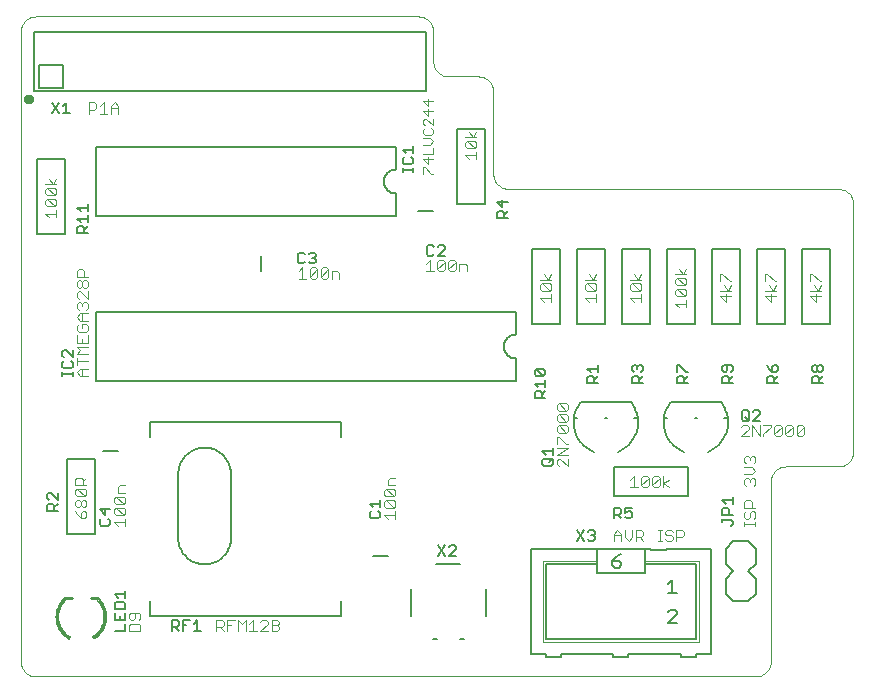
<source format=gto>
G75*
G70*
%OFA0B0*%
%FSLAX24Y24*%
%IPPOS*%
%LPD*%
%AMOC8*
5,1,8,0,0,1.08239X$1,22.5*
%
%ADD10C,0.0000*%
%ADD11C,0.0050*%
%ADD12C,0.0160*%
%ADD13C,0.0030*%
%ADD14C,0.0080*%
%ADD15C,0.0060*%
%ADD16C,0.0020*%
%ADD17C,0.0010*%
%ADD18C,0.0100*%
D10*
X001680Y001180D02*
X025680Y001180D01*
X025724Y001182D01*
X025767Y001188D01*
X025809Y001197D01*
X025851Y001210D01*
X025891Y001227D01*
X025930Y001247D01*
X025967Y001270D01*
X026001Y001297D01*
X026034Y001326D01*
X026063Y001359D01*
X026090Y001393D01*
X026113Y001430D01*
X026133Y001469D01*
X026150Y001509D01*
X026163Y001551D01*
X026172Y001593D01*
X026178Y001636D01*
X026180Y001680D01*
X026180Y007680D01*
X026182Y007724D01*
X026188Y007767D01*
X026197Y007809D01*
X026210Y007851D01*
X026227Y007891D01*
X026247Y007930D01*
X026270Y007967D01*
X026297Y008001D01*
X026326Y008034D01*
X026359Y008063D01*
X026393Y008090D01*
X026430Y008113D01*
X026469Y008133D01*
X026509Y008150D01*
X026551Y008163D01*
X026593Y008172D01*
X026636Y008178D01*
X026680Y008180D01*
X028430Y008180D01*
X028474Y008182D01*
X028517Y008188D01*
X028559Y008197D01*
X028601Y008210D01*
X028641Y008227D01*
X028680Y008247D01*
X028717Y008270D01*
X028751Y008297D01*
X028784Y008326D01*
X028813Y008359D01*
X028840Y008393D01*
X028863Y008430D01*
X028883Y008469D01*
X028900Y008509D01*
X028913Y008551D01*
X028922Y008593D01*
X028928Y008636D01*
X028930Y008680D01*
X028930Y016930D01*
X028928Y016974D01*
X028922Y017017D01*
X028913Y017059D01*
X028900Y017101D01*
X028883Y017141D01*
X028863Y017180D01*
X028840Y017217D01*
X028813Y017251D01*
X028784Y017284D01*
X028751Y017313D01*
X028717Y017340D01*
X028680Y017363D01*
X028641Y017383D01*
X028601Y017400D01*
X028559Y017413D01*
X028517Y017422D01*
X028474Y017428D01*
X028430Y017430D01*
X017430Y017430D01*
X017386Y017432D01*
X017343Y017438D01*
X017301Y017447D01*
X017259Y017460D01*
X017219Y017477D01*
X017180Y017497D01*
X017143Y017520D01*
X017109Y017547D01*
X017076Y017576D01*
X017047Y017609D01*
X017020Y017643D01*
X016997Y017680D01*
X016977Y017719D01*
X016960Y017759D01*
X016947Y017801D01*
X016938Y017843D01*
X016932Y017886D01*
X016930Y017930D01*
X016930Y020680D01*
X016928Y020724D01*
X016922Y020767D01*
X016913Y020809D01*
X016900Y020851D01*
X016883Y020891D01*
X016863Y020930D01*
X016840Y020967D01*
X016813Y021001D01*
X016784Y021034D01*
X016751Y021063D01*
X016717Y021090D01*
X016680Y021113D01*
X016641Y021133D01*
X016601Y021150D01*
X016559Y021163D01*
X016517Y021172D01*
X016474Y021178D01*
X016430Y021180D01*
X015430Y021180D01*
X015386Y021182D01*
X015343Y021188D01*
X015301Y021197D01*
X015259Y021210D01*
X015219Y021227D01*
X015180Y021247D01*
X015143Y021270D01*
X015109Y021297D01*
X015076Y021326D01*
X015047Y021359D01*
X015020Y021393D01*
X014997Y021430D01*
X014977Y021469D01*
X014960Y021509D01*
X014947Y021551D01*
X014938Y021593D01*
X014932Y021636D01*
X014930Y021680D01*
X014930Y022680D01*
X014928Y022724D01*
X014922Y022767D01*
X014913Y022809D01*
X014900Y022851D01*
X014883Y022891D01*
X014863Y022930D01*
X014840Y022967D01*
X014813Y023001D01*
X014784Y023034D01*
X014751Y023063D01*
X014717Y023090D01*
X014680Y023113D01*
X014641Y023133D01*
X014601Y023150D01*
X014559Y023163D01*
X014517Y023172D01*
X014474Y023178D01*
X014430Y023180D01*
X001680Y023180D01*
X001636Y023178D01*
X001593Y023172D01*
X001551Y023163D01*
X001509Y023150D01*
X001469Y023133D01*
X001430Y023113D01*
X001393Y023090D01*
X001359Y023063D01*
X001326Y023034D01*
X001297Y023001D01*
X001270Y022967D01*
X001247Y022930D01*
X001227Y022891D01*
X001210Y022851D01*
X001197Y022809D01*
X001188Y022767D01*
X001182Y022724D01*
X001180Y022680D01*
X001180Y001680D01*
X001182Y001636D01*
X001188Y001593D01*
X001197Y001551D01*
X001210Y001509D01*
X001227Y001469D01*
X001247Y001430D01*
X001270Y001393D01*
X001297Y001359D01*
X001326Y001326D01*
X001359Y001297D01*
X001393Y001270D01*
X001430Y001247D01*
X001469Y001227D01*
X001509Y001210D01*
X001551Y001197D01*
X001593Y001188D01*
X001636Y001182D01*
X001680Y001180D01*
D11*
X004305Y002705D02*
X004655Y002705D01*
X004655Y002939D01*
X004655Y003073D02*
X004655Y003307D01*
X004655Y003442D02*
X004305Y003442D01*
X004305Y003617D01*
X004363Y003675D01*
X004597Y003675D01*
X004655Y003617D01*
X004655Y003442D01*
X004480Y003190D02*
X004480Y003073D01*
X004305Y003073D02*
X004655Y003073D01*
X004305Y003073D02*
X004305Y003307D01*
X004421Y003810D02*
X004305Y003927D01*
X004655Y003927D01*
X004655Y004043D02*
X004655Y003810D01*
X005500Y003710D02*
X005500Y003210D01*
X011860Y003210D01*
X011860Y003710D01*
X014180Y004080D02*
X014180Y003180D01*
X014920Y002430D02*
X015050Y002430D01*
X015810Y002430D02*
X015940Y002430D01*
X016680Y003180D02*
X016680Y004080D01*
X015830Y004930D02*
X015030Y004930D01*
X015087Y005205D02*
X015320Y005555D01*
X015455Y005497D02*
X015513Y005555D01*
X015630Y005555D01*
X015689Y005497D01*
X015689Y005439D01*
X015455Y005205D01*
X015689Y005205D01*
X015320Y005205D02*
X015087Y005555D01*
X013155Y006513D02*
X013155Y006630D01*
X013097Y006689D01*
X013155Y006823D02*
X013155Y007057D01*
X013155Y006940D02*
X012805Y006940D01*
X012921Y006823D01*
X012863Y006689D02*
X012805Y006630D01*
X012805Y006513D01*
X012863Y006455D01*
X013097Y006455D01*
X013155Y006513D01*
X011860Y009150D02*
X011860Y009650D01*
X005500Y009650D01*
X005500Y009150D01*
X006430Y007930D02*
X006430Y005930D01*
X006424Y005872D01*
X006421Y005814D01*
X006422Y005756D01*
X006428Y005698D01*
X006436Y005640D01*
X006449Y005583D01*
X006466Y005528D01*
X006486Y005473D01*
X006509Y005420D01*
X006536Y005368D01*
X006567Y005319D01*
X006601Y005271D01*
X006637Y005226D01*
X006677Y005183D01*
X006719Y005143D01*
X006764Y005106D01*
X006811Y005072D01*
X006860Y005041D01*
X006912Y005013D01*
X006965Y004989D01*
X007019Y004969D01*
X007075Y004952D01*
X007131Y004938D01*
X007189Y004929D01*
X007247Y004923D01*
X007305Y004921D01*
X007363Y004923D01*
X007421Y004929D01*
X007479Y004938D01*
X007535Y004952D01*
X007591Y004969D01*
X007645Y004989D01*
X007698Y005013D01*
X007750Y005041D01*
X007799Y005072D01*
X007846Y005106D01*
X007891Y005143D01*
X007933Y005183D01*
X007973Y005226D01*
X008009Y005271D01*
X008043Y005319D01*
X008074Y005368D01*
X008101Y005420D01*
X008124Y005473D01*
X008144Y005528D01*
X008161Y005583D01*
X008174Y005640D01*
X008182Y005698D01*
X008188Y005756D01*
X008189Y005814D01*
X008186Y005872D01*
X008180Y005930D01*
X008180Y007930D01*
X008178Y007988D01*
X008172Y008047D01*
X008162Y008104D01*
X008149Y008161D01*
X008132Y008217D01*
X008111Y008272D01*
X008086Y008325D01*
X008058Y008376D01*
X008026Y008425D01*
X007992Y008472D01*
X007954Y008517D01*
X007913Y008559D01*
X007870Y008598D01*
X007824Y008634D01*
X007776Y008668D01*
X007726Y008697D01*
X007673Y008724D01*
X007619Y008747D01*
X007564Y008766D01*
X007508Y008781D01*
X007451Y008793D01*
X007393Y008801D01*
X007334Y008805D01*
X007276Y008805D01*
X007217Y008801D01*
X007159Y008793D01*
X007102Y008781D01*
X007046Y008766D01*
X006991Y008747D01*
X006937Y008724D01*
X006884Y008697D01*
X006834Y008668D01*
X006786Y008634D01*
X006740Y008598D01*
X006697Y008559D01*
X006656Y008517D01*
X006618Y008472D01*
X006584Y008425D01*
X006552Y008376D01*
X006524Y008325D01*
X006499Y008272D01*
X006478Y008217D01*
X006461Y008161D01*
X006448Y008104D01*
X006438Y008047D01*
X006432Y007988D01*
X006430Y007930D01*
X004155Y006748D02*
X003805Y006748D01*
X003980Y006573D01*
X003980Y006807D01*
X004097Y006439D02*
X004155Y006380D01*
X004155Y006263D01*
X004097Y006205D01*
X003863Y006205D01*
X003805Y006263D01*
X003805Y006380D01*
X003863Y006439D01*
X002405Y006705D02*
X002055Y006705D01*
X002055Y006880D01*
X002113Y006939D01*
X002230Y006939D01*
X002288Y006880D01*
X002288Y006705D01*
X002288Y006822D02*
X002405Y006939D01*
X002405Y007073D02*
X002171Y007307D01*
X002113Y007307D01*
X002055Y007248D01*
X002055Y007132D01*
X002113Y007073D01*
X002405Y007073D02*
X002405Y007307D01*
X002555Y011205D02*
X002555Y011322D01*
X002555Y011263D02*
X002905Y011263D01*
X002905Y011205D02*
X002905Y011322D01*
X002847Y011451D02*
X002613Y011451D01*
X002555Y011509D01*
X002555Y011626D01*
X002613Y011684D01*
X002613Y011819D02*
X002555Y011877D01*
X002555Y011994D01*
X002613Y012052D01*
X002671Y012052D01*
X002905Y011819D01*
X002905Y012052D01*
X002847Y011684D02*
X002905Y011626D01*
X002905Y011509D01*
X002847Y011451D01*
X003055Y015955D02*
X003055Y016130D01*
X003113Y016189D01*
X003230Y016189D01*
X003288Y016130D01*
X003288Y015955D01*
X003288Y016072D02*
X003405Y016189D01*
X003405Y016323D02*
X003405Y016557D01*
X003405Y016440D02*
X003055Y016440D01*
X003171Y016323D01*
X003171Y016692D02*
X003055Y016808D01*
X003405Y016808D01*
X003405Y016692D02*
X003405Y016925D01*
X003405Y015955D02*
X003055Y015955D01*
X002807Y019955D02*
X002573Y019955D01*
X002690Y019955D02*
X002690Y020305D01*
X002573Y020189D01*
X002439Y020305D02*
X002205Y019955D01*
X002439Y019955D02*
X002205Y020305D01*
X002570Y020790D02*
X001790Y020790D01*
X001790Y021570D01*
X002570Y021570D01*
X001629Y020698D02*
X001629Y022666D01*
X014700Y022666D01*
X014700Y020698D01*
X001629Y020698D01*
X010405Y015247D02*
X010405Y015013D01*
X010463Y014955D01*
X010580Y014955D01*
X010639Y015013D01*
X010773Y015013D02*
X010832Y014955D01*
X010948Y014955D01*
X011007Y015013D01*
X011007Y015072D01*
X010948Y015130D01*
X010890Y015130D01*
X010948Y015130D02*
X011007Y015189D01*
X011007Y015247D01*
X010948Y015305D01*
X010832Y015305D01*
X010773Y015247D01*
X010639Y015247D02*
X010580Y015305D01*
X010463Y015305D01*
X010405Y015247D01*
X013905Y018005D02*
X013905Y018122D01*
X013905Y018063D02*
X014255Y018063D01*
X014255Y018005D02*
X014255Y018122D01*
X014197Y018251D02*
X014255Y018309D01*
X014255Y018426D01*
X014197Y018484D01*
X014255Y018619D02*
X014255Y018852D01*
X014255Y018736D02*
X013905Y018736D01*
X014021Y018619D01*
X013963Y018484D02*
X013905Y018426D01*
X013905Y018309D01*
X013963Y018251D01*
X014197Y018251D01*
X017055Y016998D02*
X017230Y016823D01*
X017230Y017057D01*
X017405Y016998D02*
X017055Y016998D01*
X017113Y016689D02*
X017230Y016689D01*
X017288Y016630D01*
X017288Y016455D01*
X017288Y016572D02*
X017405Y016689D01*
X017405Y016455D02*
X017055Y016455D01*
X017055Y016630D01*
X017113Y016689D01*
X015307Y015497D02*
X015248Y015555D01*
X015132Y015555D01*
X015073Y015497D01*
X014939Y015497D02*
X014880Y015555D01*
X014763Y015555D01*
X014705Y015497D01*
X014705Y015263D01*
X014763Y015205D01*
X014880Y015205D01*
X014939Y015263D01*
X015073Y015205D02*
X015307Y015439D01*
X015307Y015497D01*
X015307Y015205D02*
X015073Y015205D01*
X018363Y011425D02*
X018597Y011192D01*
X018655Y011250D01*
X018655Y011367D01*
X018597Y011425D01*
X018363Y011425D01*
X018305Y011367D01*
X018305Y011250D01*
X018363Y011192D01*
X018597Y011192D01*
X018655Y011057D02*
X018655Y010823D01*
X018655Y010940D02*
X018305Y010940D01*
X018421Y010823D01*
X018363Y010689D02*
X018480Y010689D01*
X018538Y010630D01*
X018538Y010455D01*
X018538Y010572D02*
X018655Y010689D01*
X018655Y010455D02*
X018305Y010455D01*
X018305Y010630D01*
X018363Y010689D01*
X020055Y010955D02*
X020055Y011130D01*
X020113Y011189D01*
X020230Y011189D01*
X020288Y011130D01*
X020288Y010955D01*
X020288Y011072D02*
X020405Y011189D01*
X020405Y011323D02*
X020405Y011557D01*
X020405Y011440D02*
X020055Y011440D01*
X020171Y011323D01*
X020055Y010955D02*
X020405Y010955D01*
X021555Y010955D02*
X021555Y011130D01*
X021613Y011189D01*
X021730Y011189D01*
X021788Y011130D01*
X021788Y010955D01*
X021788Y011072D02*
X021905Y011189D01*
X021847Y011323D02*
X021905Y011382D01*
X021905Y011498D01*
X021847Y011557D01*
X021788Y011557D01*
X021730Y011498D01*
X021730Y011440D01*
X021730Y011498D02*
X021671Y011557D01*
X021613Y011557D01*
X021555Y011498D01*
X021555Y011382D01*
X021613Y011323D01*
X021555Y010955D02*
X021905Y010955D01*
X023055Y010955D02*
X023055Y011130D01*
X023113Y011189D01*
X023230Y011189D01*
X023288Y011130D01*
X023288Y010955D01*
X023288Y011072D02*
X023405Y011189D01*
X023405Y011323D02*
X023347Y011323D01*
X023113Y011557D01*
X023055Y011557D01*
X023055Y011323D01*
X023055Y010955D02*
X023405Y010955D01*
X024555Y010955D02*
X024555Y011130D01*
X024613Y011189D01*
X024730Y011189D01*
X024788Y011130D01*
X024788Y010955D01*
X024788Y011072D02*
X024905Y011189D01*
X024847Y011323D02*
X024905Y011382D01*
X024905Y011498D01*
X024847Y011557D01*
X024613Y011557D01*
X024555Y011498D01*
X024555Y011382D01*
X024613Y011323D01*
X024671Y011323D01*
X024730Y011382D01*
X024730Y011557D01*
X024905Y010955D02*
X024555Y010955D01*
X025263Y010055D02*
X025380Y010055D01*
X025439Y009997D01*
X025439Y009763D01*
X025380Y009705D01*
X025263Y009705D01*
X025205Y009763D01*
X025205Y009997D01*
X025263Y010055D01*
X025322Y009822D02*
X025439Y009705D01*
X025573Y009705D02*
X025807Y009939D01*
X025807Y009997D01*
X025748Y010055D01*
X025632Y010055D01*
X025573Y009997D01*
X025573Y009705D02*
X025807Y009705D01*
X026055Y010955D02*
X026055Y011130D01*
X026113Y011189D01*
X026230Y011189D01*
X026288Y011130D01*
X026288Y010955D01*
X026288Y011072D02*
X026405Y011189D01*
X026347Y011323D02*
X026405Y011382D01*
X026405Y011498D01*
X026347Y011557D01*
X026288Y011557D01*
X026230Y011498D01*
X026230Y011323D01*
X026347Y011323D01*
X026230Y011323D02*
X026113Y011440D01*
X026055Y011557D01*
X026055Y010955D02*
X026405Y010955D01*
X027555Y010955D02*
X027555Y011130D01*
X027613Y011189D01*
X027730Y011189D01*
X027788Y011130D01*
X027788Y010955D01*
X027788Y011072D02*
X027905Y011189D01*
X027847Y011323D02*
X027788Y011323D01*
X027730Y011382D01*
X027730Y011498D01*
X027788Y011557D01*
X027847Y011557D01*
X027905Y011498D01*
X027905Y011382D01*
X027847Y011323D01*
X027730Y011382D02*
X027671Y011323D01*
X027613Y011323D01*
X027555Y011382D01*
X027555Y011498D01*
X027613Y011557D01*
X027671Y011557D01*
X027730Y011498D01*
X027905Y010955D02*
X027555Y010955D01*
X024905Y007175D02*
X024905Y006942D01*
X024905Y007058D02*
X024555Y007058D01*
X024671Y006942D01*
X024613Y006807D02*
X024555Y006748D01*
X024555Y006573D01*
X024905Y006573D01*
X024788Y006573D02*
X024788Y006748D01*
X024730Y006807D01*
X024613Y006807D01*
X024555Y006439D02*
X024555Y006322D01*
X024555Y006380D02*
X024847Y006380D01*
X024905Y006322D01*
X024905Y006263D01*
X024847Y006205D01*
X022895Y004405D02*
X022895Y003955D01*
X022745Y003955D02*
X023045Y003955D01*
X022745Y004255D02*
X022895Y004405D01*
X022970Y003405D02*
X022820Y003405D01*
X022745Y003330D01*
X022970Y003405D02*
X023045Y003330D01*
X023045Y003255D01*
X022745Y002955D01*
X023045Y002955D01*
X021120Y004805D02*
X021195Y004880D01*
X021195Y004955D01*
X021120Y005030D01*
X020895Y005030D01*
X020895Y004880D01*
X020970Y004805D01*
X021120Y004805D01*
X020895Y005030D02*
X021045Y005180D01*
X021195Y005255D01*
X020307Y005763D02*
X020248Y005705D01*
X020132Y005705D01*
X020073Y005763D01*
X019939Y005705D02*
X019705Y006055D01*
X019939Y006055D02*
X019705Y005705D01*
X020073Y005997D02*
X020132Y006055D01*
X020248Y006055D01*
X020307Y005997D01*
X020307Y005939D01*
X020248Y005880D01*
X020307Y005822D01*
X020307Y005763D01*
X020248Y005880D02*
X020190Y005880D01*
X020955Y006455D02*
X020955Y006805D01*
X021130Y006805D01*
X021189Y006747D01*
X021189Y006630D01*
X021130Y006572D01*
X020955Y006572D01*
X021072Y006572D02*
X021189Y006455D01*
X021323Y006513D02*
X021382Y006455D01*
X021498Y006455D01*
X021557Y006513D01*
X021557Y006630D01*
X021498Y006689D01*
X021440Y006689D01*
X021323Y006630D01*
X021323Y006805D01*
X021557Y006805D01*
X018905Y008263D02*
X018847Y008205D01*
X018613Y008205D01*
X018555Y008263D01*
X018555Y008380D01*
X018613Y008439D01*
X018847Y008439D01*
X018905Y008380D01*
X018905Y008263D01*
X018788Y008322D02*
X018905Y008439D01*
X018905Y008573D02*
X018905Y008807D01*
X018905Y008690D02*
X018555Y008690D01*
X018671Y008573D01*
X007058Y003055D02*
X007058Y002705D01*
X006942Y002705D02*
X007175Y002705D01*
X006942Y002939D02*
X007058Y003055D01*
X006807Y003055D02*
X006573Y003055D01*
X006573Y002705D01*
X006439Y002705D02*
X006322Y002822D01*
X006380Y002822D02*
X006205Y002822D01*
X006205Y002705D02*
X006205Y003055D01*
X006380Y003055D01*
X006439Y002997D01*
X006439Y002880D01*
X006380Y002822D01*
X006573Y002880D02*
X006690Y002880D01*
X002570Y020790D02*
X002570Y021570D01*
D12*
X001350Y020430D02*
X001352Y020447D01*
X001357Y020464D01*
X001366Y020478D01*
X001378Y020491D01*
X001393Y020501D01*
X001409Y020507D01*
X001426Y020510D01*
X001443Y020509D01*
X001460Y020504D01*
X001475Y020496D01*
X001488Y020485D01*
X001499Y020471D01*
X001506Y020456D01*
X001510Y020439D01*
X001510Y020421D01*
X001506Y020404D01*
X001499Y020389D01*
X001488Y020375D01*
X001475Y020364D01*
X001460Y020356D01*
X001443Y020351D01*
X001426Y020350D01*
X001409Y020353D01*
X001393Y020359D01*
X001378Y020369D01*
X001366Y020382D01*
X001357Y020396D01*
X001352Y020413D01*
X001350Y020430D01*
D13*
X003445Y020315D02*
X003445Y019945D01*
X003445Y020068D02*
X003630Y020068D01*
X003692Y020130D01*
X003692Y020254D01*
X003630Y020315D01*
X003445Y020315D01*
X003813Y020192D02*
X003937Y020315D01*
X003937Y019945D01*
X004060Y019945D02*
X003813Y019945D01*
X004182Y019945D02*
X004182Y020192D01*
X004305Y020315D01*
X004429Y020192D01*
X004429Y019945D01*
X004429Y020130D02*
X004182Y020130D01*
X002365Y017779D02*
X002242Y017594D01*
X002118Y017779D01*
X001995Y017594D02*
X002365Y017594D01*
X002303Y017473D02*
X002056Y017473D01*
X002303Y017226D01*
X002365Y017287D01*
X002365Y017411D01*
X002303Y017473D01*
X002056Y017473D02*
X001995Y017411D01*
X001995Y017287D01*
X002056Y017226D01*
X002303Y017226D01*
X002303Y017104D02*
X002365Y017043D01*
X002365Y016919D01*
X002303Y016857D01*
X002056Y017104D01*
X002303Y017104D01*
X002056Y017104D02*
X001995Y017043D01*
X001995Y016919D01*
X002056Y016857D01*
X002303Y016857D01*
X002365Y016736D02*
X002365Y016489D01*
X002365Y016613D02*
X001995Y016613D01*
X002118Y016489D01*
X003106Y014757D02*
X003230Y014757D01*
X003292Y014695D01*
X003292Y014510D01*
X003292Y014388D02*
X003353Y014388D01*
X003415Y014327D01*
X003415Y014203D01*
X003353Y014142D01*
X003292Y014142D01*
X003230Y014203D01*
X003230Y014327D01*
X003292Y014388D01*
X003230Y014327D02*
X003168Y014388D01*
X003106Y014388D01*
X003045Y014327D01*
X003045Y014203D01*
X003106Y014142D01*
X003168Y014142D01*
X003230Y014203D01*
X003168Y014020D02*
X003106Y014020D01*
X003045Y013958D01*
X003045Y013835D01*
X003106Y013773D01*
X003106Y013652D02*
X003168Y013652D01*
X003230Y013590D01*
X003292Y013652D01*
X003353Y013652D01*
X003415Y013590D01*
X003415Y013467D01*
X003353Y013405D01*
X003415Y013283D02*
X003168Y013283D01*
X003045Y013160D01*
X003168Y013037D01*
X003415Y013037D01*
X003353Y012915D02*
X003230Y012915D01*
X003230Y012792D01*
X003353Y012915D02*
X003415Y012853D01*
X003415Y012730D01*
X003353Y012668D01*
X003106Y012668D01*
X003045Y012730D01*
X003045Y012853D01*
X003106Y012915D01*
X003230Y013037D02*
X003230Y013283D01*
X003106Y013405D02*
X003045Y013467D01*
X003045Y013590D01*
X003106Y013652D01*
X003230Y013590D02*
X003230Y013528D01*
X003415Y013773D02*
X003168Y014020D01*
X003415Y014020D02*
X003415Y013773D01*
X003415Y014510D02*
X003045Y014510D01*
X003045Y014695D01*
X003106Y014757D01*
X003045Y012547D02*
X003045Y012300D01*
X003415Y012300D01*
X003415Y012547D01*
X003230Y012423D02*
X003230Y012300D01*
X003045Y012179D02*
X003415Y012179D01*
X003415Y011932D02*
X003045Y011932D01*
X003168Y012055D01*
X003045Y012179D01*
X003045Y011810D02*
X003045Y011563D01*
X003045Y011687D02*
X003415Y011687D01*
X003415Y011442D02*
X003168Y011442D01*
X003045Y011318D01*
X003168Y011195D01*
X003415Y011195D01*
X003230Y011195D02*
X003230Y011442D01*
X003180Y007810D02*
X003242Y007748D01*
X003242Y007563D01*
X003365Y007563D02*
X002995Y007563D01*
X002995Y007748D01*
X003056Y007810D01*
X003180Y007810D01*
X003242Y007687D02*
X003365Y007810D01*
X003303Y007442D02*
X003365Y007380D01*
X003365Y007257D01*
X003303Y007195D01*
X003056Y007442D01*
X003303Y007442D01*
X003056Y007442D02*
X002995Y007380D01*
X002995Y007257D01*
X003056Y007195D01*
X003303Y007195D01*
X003303Y007074D02*
X003365Y007012D01*
X003365Y006888D01*
X003303Y006827D01*
X003242Y006827D01*
X003180Y006888D01*
X003180Y007012D01*
X003242Y007074D01*
X003303Y007074D01*
X003180Y007012D02*
X003118Y007074D01*
X003056Y007074D01*
X002995Y007012D01*
X002995Y006888D01*
X003056Y006827D01*
X003118Y006827D01*
X003180Y006888D01*
X003242Y006705D02*
X003180Y006644D01*
X003180Y006458D01*
X003303Y006458D01*
X003365Y006520D01*
X003365Y006644D01*
X003303Y006705D01*
X003242Y006705D01*
X003056Y006582D02*
X003180Y006458D01*
X003056Y006582D02*
X002995Y006705D01*
X004295Y006748D02*
X004356Y006810D01*
X004603Y006563D01*
X004665Y006625D01*
X004665Y006748D01*
X004603Y006810D01*
X004356Y006810D01*
X004295Y006748D02*
X004295Y006625D01*
X004356Y006563D01*
X004603Y006563D01*
X004665Y006442D02*
X004665Y006195D01*
X004665Y006318D02*
X004295Y006318D01*
X004418Y006195D01*
X004356Y006932D02*
X004295Y006993D01*
X004295Y007117D01*
X004356Y007179D01*
X004603Y006932D01*
X004665Y006993D01*
X004665Y007117D01*
X004603Y007179D01*
X004356Y007179D01*
X004418Y007300D02*
X004418Y007485D01*
X004480Y007547D01*
X004665Y007547D01*
X004665Y007300D02*
X004418Y007300D01*
X004356Y006932D02*
X004603Y006932D01*
X004856Y003310D02*
X004795Y003248D01*
X004795Y003125D01*
X004856Y003063D01*
X004918Y003063D01*
X004980Y003125D01*
X004980Y003310D01*
X005103Y003310D02*
X004856Y003310D01*
X005103Y003310D02*
X005165Y003248D01*
X005165Y003125D01*
X005103Y003063D01*
X005103Y002942D02*
X004856Y002942D01*
X004795Y002880D01*
X004795Y002695D01*
X005165Y002695D01*
X005165Y002880D01*
X005103Y002942D01*
X007695Y003065D02*
X007695Y002695D01*
X007695Y002818D02*
X007880Y002818D01*
X007942Y002880D01*
X007942Y003004D01*
X007880Y003065D01*
X007695Y003065D01*
X007818Y002818D02*
X007942Y002695D01*
X008063Y002695D02*
X008063Y003065D01*
X008310Y003065D01*
X008432Y003065D02*
X008555Y002942D01*
X008679Y003065D01*
X008679Y002695D01*
X008800Y002695D02*
X009047Y002695D01*
X009168Y002695D02*
X009415Y002942D01*
X009415Y003004D01*
X009353Y003065D01*
X009230Y003065D01*
X009168Y003004D01*
X008923Y003065D02*
X008923Y002695D01*
X009168Y002695D02*
X009415Y002695D01*
X009537Y002695D02*
X009722Y002695D01*
X009783Y002757D01*
X009783Y002818D01*
X009722Y002880D01*
X009537Y002880D01*
X009722Y002880D02*
X009783Y002942D01*
X009783Y003004D01*
X009722Y003065D01*
X009537Y003065D01*
X009537Y002695D01*
X008923Y003065D02*
X008800Y002942D01*
X008432Y003065D02*
X008432Y002695D01*
X008187Y002880D02*
X008063Y002880D01*
X013295Y006568D02*
X013665Y006568D01*
X013665Y006445D02*
X013665Y006692D01*
X013603Y006813D02*
X013665Y006875D01*
X013665Y006998D01*
X013603Y007060D01*
X013356Y007060D01*
X013603Y006813D01*
X013356Y006813D01*
X013295Y006875D01*
X013295Y006998D01*
X013356Y007060D01*
X013356Y007182D02*
X013295Y007243D01*
X013295Y007367D01*
X013356Y007429D01*
X013603Y007182D01*
X013665Y007243D01*
X013665Y007367D01*
X013603Y007429D01*
X013356Y007429D01*
X013418Y007550D02*
X013418Y007735D01*
X013480Y007797D01*
X013665Y007797D01*
X013665Y007550D02*
X013418Y007550D01*
X013356Y007182D02*
X013603Y007182D01*
X013295Y006568D02*
X013418Y006445D01*
X019045Y008257D02*
X019106Y008195D01*
X019045Y008257D02*
X019045Y008380D01*
X019106Y008442D01*
X019168Y008442D01*
X019415Y008195D01*
X019415Y008442D01*
X019415Y008563D02*
X019045Y008563D01*
X019415Y008810D01*
X019045Y008810D01*
X019045Y008932D02*
X019045Y009179D01*
X019106Y009179D01*
X019353Y008932D01*
X019415Y008932D01*
X019353Y009300D02*
X019106Y009300D01*
X019045Y009362D01*
X019045Y009485D01*
X019106Y009547D01*
X019353Y009300D01*
X019415Y009362D01*
X019415Y009485D01*
X019353Y009547D01*
X019106Y009547D01*
X019106Y009668D02*
X019045Y009730D01*
X019045Y009853D01*
X019106Y009915D01*
X019353Y009668D01*
X019415Y009730D01*
X019415Y009853D01*
X019353Y009915D01*
X019106Y009915D01*
X019106Y010037D02*
X019045Y010098D01*
X019045Y010222D01*
X019106Y010283D01*
X019353Y010037D01*
X019415Y010098D01*
X019415Y010222D01*
X019353Y010283D01*
X019106Y010283D01*
X019106Y010037D02*
X019353Y010037D01*
X019353Y009668D02*
X019106Y009668D01*
X021489Y007742D02*
X021613Y007865D01*
X021613Y007495D01*
X021736Y007495D02*
X021489Y007495D01*
X021857Y007557D02*
X022104Y007804D01*
X022104Y007557D01*
X022043Y007495D01*
X021919Y007495D01*
X021857Y007557D01*
X021857Y007804D01*
X021919Y007865D01*
X022043Y007865D01*
X022104Y007804D01*
X022226Y007804D02*
X022226Y007557D01*
X022473Y007804D01*
X022473Y007557D01*
X022411Y007495D01*
X022287Y007495D01*
X022226Y007557D01*
X022226Y007804D02*
X022287Y007865D01*
X022411Y007865D01*
X022473Y007804D01*
X022594Y007865D02*
X022594Y007495D01*
X022594Y007618D02*
X022779Y007742D01*
X022594Y007618D02*
X022779Y007495D01*
X022726Y006065D02*
X022664Y006004D01*
X022664Y005942D01*
X022726Y005880D01*
X022849Y005880D01*
X022911Y005818D01*
X022911Y005757D01*
X022849Y005695D01*
X022726Y005695D01*
X022664Y005757D01*
X022542Y005695D02*
X022418Y005695D01*
X022480Y005695D02*
X022480Y006065D01*
X022418Y006065D02*
X022542Y006065D01*
X022726Y006065D02*
X022849Y006065D01*
X022911Y006004D01*
X023032Y006065D02*
X023217Y006065D01*
X023279Y006004D01*
X023279Y005880D01*
X023217Y005818D01*
X023032Y005818D01*
X023032Y005695D02*
X023032Y006065D01*
X021929Y006004D02*
X021929Y005880D01*
X021867Y005818D01*
X021682Y005818D01*
X021560Y005818D02*
X021560Y006065D01*
X021682Y006065D02*
X021867Y006065D01*
X021929Y006004D01*
X021805Y005818D02*
X021929Y005695D01*
X021682Y005695D02*
X021682Y006065D01*
X021560Y005818D02*
X021437Y005695D01*
X021313Y005818D01*
X021313Y006065D01*
X021192Y005942D02*
X021192Y005695D01*
X021192Y005880D02*
X020945Y005880D01*
X020945Y005942D02*
X021068Y006065D01*
X021192Y005942D01*
X020945Y005942D02*
X020945Y005695D01*
X025195Y009195D02*
X025442Y009442D01*
X025442Y009504D01*
X025380Y009565D01*
X025257Y009565D01*
X025195Y009504D01*
X025195Y009195D02*
X025442Y009195D01*
X025563Y009195D02*
X025563Y009565D01*
X025810Y009195D01*
X025810Y009565D01*
X025932Y009565D02*
X026179Y009565D01*
X026179Y009504D01*
X025932Y009257D01*
X025932Y009195D01*
X026300Y009257D02*
X026547Y009504D01*
X026547Y009257D01*
X026485Y009195D01*
X026362Y009195D01*
X026300Y009257D01*
X026300Y009504D01*
X026362Y009565D01*
X026485Y009565D01*
X026547Y009504D01*
X026668Y009504D02*
X026730Y009565D01*
X026853Y009565D01*
X026915Y009504D01*
X026668Y009257D01*
X026730Y009195D01*
X026853Y009195D01*
X026915Y009257D01*
X026915Y009504D01*
X027037Y009504D02*
X027098Y009565D01*
X027222Y009565D01*
X027283Y009504D01*
X027037Y009257D01*
X027098Y009195D01*
X027222Y009195D01*
X027283Y009257D01*
X027283Y009504D01*
X027037Y009504D02*
X027037Y009257D01*
X026668Y009257D02*
X026668Y009504D01*
X025665Y008467D02*
X025603Y008529D01*
X025542Y008529D01*
X025480Y008467D01*
X025480Y008406D01*
X025480Y008467D02*
X025418Y008529D01*
X025356Y008529D01*
X025295Y008467D01*
X025295Y008344D01*
X025356Y008282D01*
X025295Y008161D02*
X025542Y008161D01*
X025665Y008037D01*
X025542Y007914D01*
X025295Y007914D01*
X025356Y007792D02*
X025418Y007792D01*
X025480Y007731D01*
X025542Y007792D01*
X025603Y007792D01*
X025665Y007731D01*
X025665Y007607D01*
X025603Y007545D01*
X025480Y007669D02*
X025480Y007731D01*
X025356Y007792D02*
X025295Y007731D01*
X025295Y007607D01*
X025356Y007545D01*
X025356Y007056D02*
X025480Y007056D01*
X025542Y006994D01*
X025542Y006809D01*
X025542Y006687D02*
X025603Y006687D01*
X025665Y006626D01*
X025665Y006502D01*
X025603Y006441D01*
X025665Y006318D02*
X025665Y006195D01*
X025665Y006257D02*
X025295Y006257D01*
X025295Y006318D02*
X025295Y006195D01*
X025356Y006441D02*
X025418Y006441D01*
X025480Y006502D01*
X025480Y006626D01*
X025542Y006687D01*
X025665Y006809D02*
X025295Y006809D01*
X025295Y006994D01*
X025356Y007056D01*
X025356Y006687D02*
X025295Y006626D01*
X025295Y006502D01*
X025356Y006441D01*
X025603Y008282D02*
X025665Y008344D01*
X025665Y008467D01*
X023365Y013489D02*
X023365Y013736D01*
X023365Y013613D02*
X022995Y013613D01*
X023118Y013489D01*
X023056Y013857D02*
X022995Y013919D01*
X022995Y014043D01*
X023056Y014104D01*
X023303Y013857D01*
X023365Y013919D01*
X023365Y014043D01*
X023303Y014104D01*
X023056Y014104D01*
X023056Y014226D02*
X022995Y014287D01*
X022995Y014411D01*
X023056Y014473D01*
X023303Y014226D01*
X023365Y014287D01*
X023365Y014411D01*
X023303Y014473D01*
X023056Y014473D01*
X022995Y014594D02*
X023365Y014594D01*
X023242Y014594D02*
X023118Y014779D01*
X023242Y014594D02*
X023365Y014779D01*
X023303Y014226D02*
X023056Y014226D01*
X023056Y013857D02*
X023303Y013857D01*
X024495Y013858D02*
X024680Y013673D01*
X024680Y013920D01*
X024742Y014042D02*
X024618Y014227D01*
X024495Y014348D02*
X024495Y014595D01*
X024556Y014595D01*
X024803Y014348D01*
X024865Y014348D01*
X024865Y014227D02*
X024742Y014042D01*
X024865Y014042D02*
X024495Y014042D01*
X024495Y013858D02*
X024865Y013858D01*
X025995Y013858D02*
X026180Y013673D01*
X026180Y013920D01*
X026242Y014042D02*
X026118Y014227D01*
X025995Y014348D02*
X025995Y014595D01*
X026056Y014595D01*
X026303Y014348D01*
X026365Y014348D01*
X026365Y014227D02*
X026242Y014042D01*
X026365Y014042D02*
X025995Y014042D01*
X025995Y013858D02*
X026365Y013858D01*
X027495Y013858D02*
X027680Y013673D01*
X027680Y013920D01*
X027742Y014042D02*
X027618Y014227D01*
X027495Y014348D02*
X027495Y014595D01*
X027556Y014595D01*
X027803Y014348D01*
X027865Y014348D01*
X027865Y014227D02*
X027742Y014042D01*
X027865Y014042D02*
X027495Y014042D01*
X027495Y013858D02*
X027865Y013858D01*
X021865Y013797D02*
X021495Y013797D01*
X021618Y013673D01*
X021865Y013673D02*
X021865Y013920D01*
X021803Y014042D02*
X021865Y014103D01*
X021865Y014227D01*
X021803Y014288D01*
X021556Y014288D01*
X021803Y014042D01*
X021556Y014042D01*
X021495Y014103D01*
X021495Y014227D01*
X021556Y014288D01*
X021495Y014410D02*
X021865Y014410D01*
X021742Y014410D02*
X021865Y014595D01*
X021742Y014410D02*
X021618Y014595D01*
X020365Y014595D02*
X020242Y014410D01*
X020118Y014595D01*
X019995Y014410D02*
X020365Y014410D01*
X020303Y014288D02*
X020365Y014227D01*
X020365Y014103D01*
X020303Y014042D01*
X020056Y014288D01*
X020303Y014288D01*
X020303Y014042D02*
X020056Y014042D01*
X019995Y014103D01*
X019995Y014227D01*
X020056Y014288D01*
X020365Y013920D02*
X020365Y013673D01*
X020365Y013797D02*
X019995Y013797D01*
X020118Y013673D01*
X018865Y013673D02*
X018865Y013920D01*
X018865Y013797D02*
X018495Y013797D01*
X018618Y013673D01*
X018556Y014042D02*
X018495Y014103D01*
X018495Y014227D01*
X018556Y014288D01*
X018803Y014042D01*
X018865Y014103D01*
X018865Y014227D01*
X018803Y014288D01*
X018556Y014288D01*
X018495Y014410D02*
X018865Y014410D01*
X018742Y014410D02*
X018865Y014595D01*
X018742Y014410D02*
X018618Y014595D01*
X018556Y014042D02*
X018803Y014042D01*
X016047Y014695D02*
X016047Y014880D01*
X015985Y014942D01*
X015800Y014942D01*
X015800Y014695D01*
X015679Y014757D02*
X015679Y015004D01*
X015432Y014757D01*
X015493Y014695D01*
X015617Y014695D01*
X015679Y014757D01*
X015679Y015004D02*
X015617Y015065D01*
X015493Y015065D01*
X015432Y015004D01*
X015432Y014757D01*
X015310Y014757D02*
X015248Y014695D01*
X015125Y014695D01*
X015063Y014757D01*
X015310Y015004D01*
X015310Y014757D01*
X015310Y015004D02*
X015248Y015065D01*
X015125Y015065D01*
X015063Y015004D01*
X015063Y014757D01*
X014942Y014695D02*
X014695Y014695D01*
X014818Y014695D02*
X014818Y015065D01*
X014695Y014942D01*
X011797Y014630D02*
X011797Y014445D01*
X011797Y014630D02*
X011735Y014692D01*
X011550Y014692D01*
X011550Y014445D01*
X011429Y014507D02*
X011429Y014754D01*
X011182Y014507D01*
X011243Y014445D01*
X011367Y014445D01*
X011429Y014507D01*
X011429Y014754D02*
X011367Y014815D01*
X011243Y014815D01*
X011182Y014754D01*
X011182Y014507D01*
X011060Y014507D02*
X010998Y014445D01*
X010875Y014445D01*
X010813Y014507D01*
X011060Y014754D01*
X011060Y014507D01*
X011060Y014754D02*
X010998Y014815D01*
X010875Y014815D01*
X010813Y014754D01*
X010813Y014507D01*
X010692Y014445D02*
X010445Y014445D01*
X010568Y014445D02*
X010568Y014815D01*
X010445Y014692D01*
X014595Y017945D02*
X014595Y018159D01*
X014648Y018159D01*
X014862Y017945D01*
X014915Y017945D01*
X014755Y018267D02*
X014755Y018481D01*
X014915Y018427D02*
X014595Y018427D01*
X014755Y018267D01*
X014595Y018590D02*
X014915Y018590D01*
X014915Y018803D01*
X014808Y018912D02*
X014915Y019019D01*
X014808Y019125D01*
X014595Y019125D01*
X014648Y019234D02*
X014862Y019234D01*
X014915Y019287D01*
X014915Y019394D01*
X014862Y019448D01*
X014915Y019556D02*
X014701Y019770D01*
X014648Y019770D01*
X014595Y019717D01*
X014595Y019610D01*
X014648Y019556D01*
X014648Y019448D02*
X014595Y019394D01*
X014595Y019287D01*
X014648Y019234D01*
X014595Y018912D02*
X014808Y018912D01*
X014915Y019556D02*
X014915Y019770D01*
X014755Y019879D02*
X014755Y020092D01*
X014755Y020201D02*
X014755Y020414D01*
X014915Y020361D02*
X014595Y020361D01*
X014755Y020201D01*
X014915Y020039D02*
X014595Y020039D01*
X014755Y019879D01*
X015995Y019160D02*
X016365Y019160D01*
X016242Y019160D02*
X016118Y019345D01*
X016242Y019160D02*
X016365Y019345D01*
X016303Y019038D02*
X016056Y019038D01*
X016303Y018792D01*
X016365Y018853D01*
X016365Y018977D01*
X016303Y019038D01*
X016303Y018792D02*
X016056Y018792D01*
X015995Y018853D01*
X015995Y018977D01*
X016056Y019038D01*
X016365Y018670D02*
X016365Y018423D01*
X016365Y018547D02*
X015995Y018547D01*
X016118Y018423D01*
D14*
X015708Y019420D02*
X015708Y016940D01*
X016652Y016940D01*
X016652Y019420D01*
X015708Y019420D01*
X014930Y016680D02*
X014430Y016680D01*
X018208Y015420D02*
X019152Y015420D01*
X019152Y012940D01*
X018208Y012940D01*
X018208Y015420D01*
X019708Y015420D02*
X020652Y015420D01*
X020652Y012940D01*
X019708Y012940D01*
X019708Y015420D01*
X021208Y015420D02*
X022152Y015420D01*
X022152Y012940D01*
X021208Y012940D01*
X021208Y015420D01*
X022708Y015420D02*
X023652Y015420D01*
X023652Y012940D01*
X022708Y012940D01*
X022708Y015420D01*
X024208Y015420D02*
X025152Y015420D01*
X025152Y012940D01*
X024208Y012940D01*
X024208Y015420D01*
X025708Y015420D02*
X025708Y012940D01*
X026652Y012940D01*
X026652Y015420D01*
X025708Y015420D01*
X027208Y015420D02*
X027208Y012940D01*
X028152Y012940D01*
X028152Y015420D01*
X027208Y015420D01*
X024505Y010330D02*
X022855Y010330D01*
X022730Y009780D02*
X022635Y009780D01*
X021725Y009780D02*
X021630Y009780D01*
X021505Y010330D02*
X019855Y010330D01*
X019730Y009780D02*
X019635Y009780D01*
X020640Y009780D02*
X020720Y009780D01*
X021504Y010330D02*
X021543Y010281D01*
X021580Y010230D01*
X021613Y010177D01*
X021643Y010123D01*
X021669Y010066D01*
X021692Y010008D01*
X021712Y009949D01*
X021728Y009888D01*
X021740Y009827D01*
X021749Y009765D01*
X021754Y009703D01*
X021755Y009640D01*
X021752Y009578D01*
X021746Y009515D01*
X021736Y009454D01*
X021722Y009393D01*
X021705Y009333D01*
X021684Y009274D01*
X021660Y009216D01*
X021632Y009160D01*
X021601Y009106D01*
X021566Y009054D01*
X021529Y009004D01*
X021489Y008956D01*
X021445Y008911D01*
X021400Y008868D01*
X021351Y008828D01*
X021301Y008792D01*
X021248Y008758D01*
X021194Y008727D01*
X021137Y008700D01*
X021080Y008677D01*
X020940Y008152D02*
X023420Y008152D01*
X023420Y007208D01*
X020940Y007208D01*
X020940Y008152D01*
X020280Y008677D02*
X020223Y008700D01*
X020166Y008727D01*
X020112Y008758D01*
X020059Y008792D01*
X020009Y008828D01*
X019960Y008868D01*
X019915Y008911D01*
X019871Y008956D01*
X019831Y009004D01*
X019794Y009054D01*
X019759Y009106D01*
X019728Y009160D01*
X019700Y009216D01*
X019676Y009274D01*
X019655Y009333D01*
X019638Y009393D01*
X019624Y009454D01*
X019614Y009515D01*
X019608Y009578D01*
X019605Y009640D01*
X019606Y009703D01*
X019611Y009765D01*
X019620Y009827D01*
X019632Y009888D01*
X019648Y009949D01*
X019668Y010008D01*
X019691Y010066D01*
X019717Y010123D01*
X019747Y010177D01*
X019780Y010230D01*
X019817Y010281D01*
X019856Y010330D01*
X023640Y009780D02*
X023720Y009780D01*
X024504Y010330D02*
X024543Y010281D01*
X024580Y010230D01*
X024613Y010177D01*
X024643Y010123D01*
X024669Y010066D01*
X024692Y010008D01*
X024712Y009949D01*
X024728Y009888D01*
X024740Y009827D01*
X024749Y009765D01*
X024754Y009703D01*
X024755Y009640D01*
X024752Y009578D01*
X024746Y009515D01*
X024736Y009454D01*
X024722Y009393D01*
X024705Y009333D01*
X024684Y009274D01*
X024660Y009216D01*
X024632Y009160D01*
X024601Y009106D01*
X024566Y009054D01*
X024529Y009004D01*
X024489Y008956D01*
X024445Y008911D01*
X024400Y008868D01*
X024351Y008828D01*
X024301Y008792D01*
X024248Y008758D01*
X024194Y008727D01*
X024137Y008700D01*
X024080Y008677D01*
X023280Y008677D02*
X023223Y008700D01*
X023166Y008727D01*
X023112Y008758D01*
X023059Y008792D01*
X023009Y008828D01*
X022960Y008868D01*
X022915Y008911D01*
X022871Y008956D01*
X022831Y009004D01*
X022794Y009054D01*
X022759Y009106D01*
X022728Y009160D01*
X022700Y009216D01*
X022676Y009274D01*
X022655Y009333D01*
X022638Y009393D01*
X022624Y009454D01*
X022614Y009515D01*
X022608Y009578D01*
X022605Y009640D01*
X022606Y009703D01*
X022611Y009765D01*
X022620Y009827D01*
X022632Y009888D01*
X022648Y009949D01*
X022668Y010008D01*
X022691Y010066D01*
X022717Y010123D01*
X022747Y010177D01*
X022780Y010230D01*
X022817Y010281D01*
X022856Y010330D01*
X024630Y009780D02*
X024725Y009780D01*
X024930Y005680D02*
X025430Y005680D01*
X025680Y005430D01*
X025680Y004930D01*
X025430Y004680D01*
X025680Y004430D01*
X025680Y003930D01*
X025430Y003680D01*
X024930Y003680D01*
X024680Y003930D01*
X024680Y004430D01*
X024930Y004680D01*
X024680Y004930D01*
X024680Y005430D01*
X024930Y005680D01*
X013430Y005180D02*
X012930Y005180D01*
X004430Y008680D02*
X003930Y008680D01*
X003652Y008420D02*
X003652Y005940D01*
X002708Y005940D01*
X002708Y008420D01*
X003652Y008420D01*
X009180Y014680D02*
X009180Y015180D01*
X002652Y015940D02*
X001708Y015940D01*
X001708Y018420D01*
X002652Y018420D01*
X002652Y015940D01*
D15*
X003680Y016530D02*
X003680Y018830D01*
X013680Y018830D01*
X013680Y018080D01*
X013641Y018078D01*
X013602Y018072D01*
X013564Y018063D01*
X013527Y018050D01*
X013491Y018033D01*
X013458Y018013D01*
X013426Y017989D01*
X013397Y017963D01*
X013371Y017934D01*
X013347Y017902D01*
X013327Y017869D01*
X013310Y017833D01*
X013297Y017796D01*
X013288Y017758D01*
X013282Y017719D01*
X013280Y017680D01*
X013282Y017641D01*
X013288Y017602D01*
X013297Y017564D01*
X013310Y017527D01*
X013327Y017491D01*
X013347Y017458D01*
X013371Y017426D01*
X013397Y017397D01*
X013426Y017371D01*
X013458Y017347D01*
X013491Y017327D01*
X013527Y017310D01*
X013564Y017297D01*
X013602Y017288D01*
X013641Y017282D01*
X013680Y017280D01*
X013680Y016530D01*
X003680Y016530D01*
X003680Y013330D02*
X003680Y011030D01*
X017680Y011030D01*
X017680Y011780D01*
X017641Y011782D01*
X017602Y011788D01*
X017564Y011797D01*
X017527Y011810D01*
X017491Y011827D01*
X017458Y011847D01*
X017426Y011871D01*
X017397Y011897D01*
X017371Y011926D01*
X017347Y011958D01*
X017327Y011991D01*
X017310Y012027D01*
X017297Y012064D01*
X017288Y012102D01*
X017282Y012141D01*
X017280Y012180D01*
X017282Y012219D01*
X017288Y012258D01*
X017297Y012296D01*
X017310Y012333D01*
X017327Y012369D01*
X017347Y012402D01*
X017371Y012434D01*
X017397Y012463D01*
X017426Y012489D01*
X017458Y012513D01*
X017491Y012533D01*
X017527Y012550D01*
X017564Y012563D01*
X017602Y012572D01*
X017641Y012578D01*
X017680Y012580D01*
X017680Y013330D01*
X003680Y013330D01*
X018180Y005430D02*
X018180Y001930D01*
X018680Y001930D01*
X018680Y001830D01*
X019180Y001830D01*
X019180Y001930D01*
X020930Y001930D01*
X020930Y001830D01*
X021430Y001830D01*
X021430Y001930D01*
X023180Y001930D01*
X023180Y001830D01*
X023680Y001830D01*
X023680Y001930D01*
X024180Y001930D01*
X024180Y005430D01*
X022680Y005430D01*
X022680Y005380D01*
X022180Y005380D01*
X022180Y005430D01*
X021980Y005430D01*
X021980Y005030D01*
X021980Y004930D01*
X023680Y004930D01*
X023680Y002430D01*
X018680Y002430D01*
X018680Y004930D01*
X020380Y004930D01*
X020380Y005030D01*
X020380Y005430D01*
X021980Y005430D01*
X021980Y004930D02*
X021980Y004630D01*
X020380Y004630D01*
X020380Y004930D01*
X020380Y005430D02*
X018180Y005430D01*
D16*
X018580Y005030D02*
X018580Y002330D01*
X023780Y002330D01*
X023780Y005030D01*
X021980Y005030D01*
X020380Y005030D02*
X018580Y005030D01*
D17*
X002336Y003175D02*
X002426Y003175D01*
X002425Y003175D02*
X002427Y003121D01*
X002433Y003068D01*
X002443Y003015D01*
X002457Y002963D01*
X002474Y002912D01*
X002495Y002863D01*
X002519Y002815D01*
X002547Y002769D01*
X002578Y002725D01*
X002612Y002683D01*
X002648Y002644D01*
X002688Y002607D01*
X002730Y002574D01*
X002774Y002543D01*
X002820Y002516D01*
X002778Y002437D01*
X002729Y002465D01*
X002683Y002497D01*
X002638Y002532D01*
X002596Y002569D01*
X002556Y002610D01*
X002520Y002653D01*
X002486Y002698D01*
X002455Y002745D01*
X002428Y002795D01*
X002404Y002846D01*
X002383Y002898D01*
X002366Y002952D01*
X002353Y003007D01*
X002343Y003062D01*
X002337Y003119D01*
X002335Y003175D01*
X002344Y003175D01*
X002346Y003119D01*
X002352Y003064D01*
X002362Y003009D01*
X002375Y002954D01*
X002392Y002901D01*
X002412Y002849D01*
X002436Y002799D01*
X002463Y002750D01*
X002493Y002703D01*
X002527Y002658D01*
X002563Y002616D01*
X002602Y002576D01*
X002644Y002539D01*
X002688Y002504D01*
X002734Y002473D01*
X002782Y002445D01*
X002786Y002453D01*
X002739Y002481D01*
X002693Y002512D01*
X002650Y002546D01*
X002608Y002582D01*
X002570Y002622D01*
X002534Y002664D01*
X002501Y002708D01*
X002471Y002754D01*
X002444Y002803D01*
X002421Y002853D01*
X002400Y002904D01*
X002384Y002957D01*
X002371Y003010D01*
X002361Y003065D01*
X002355Y003120D01*
X002353Y003175D01*
X002362Y003175D01*
X002364Y003120D01*
X002370Y003066D01*
X002379Y003012D01*
X002392Y002959D01*
X002409Y002907D01*
X002429Y002856D01*
X002452Y002807D01*
X002479Y002759D01*
X002508Y002713D01*
X002541Y002669D01*
X002576Y002628D01*
X002615Y002589D01*
X002655Y002552D01*
X002698Y002519D01*
X002744Y002488D01*
X002791Y002461D01*
X002795Y002469D01*
X002748Y002496D01*
X002704Y002526D01*
X002661Y002559D01*
X002621Y002595D01*
X002583Y002634D01*
X002548Y002675D01*
X002516Y002718D01*
X002486Y002764D01*
X002460Y002811D01*
X002437Y002860D01*
X002417Y002910D01*
X002401Y002962D01*
X002388Y003014D01*
X002379Y003067D01*
X002373Y003121D01*
X002371Y003175D01*
X002380Y003175D01*
X002382Y003122D01*
X002388Y003069D01*
X002397Y003016D01*
X002410Y002964D01*
X002426Y002913D01*
X002445Y002863D01*
X002468Y002815D01*
X002494Y002768D01*
X002523Y002724D01*
X002555Y002681D01*
X002590Y002640D01*
X002627Y002602D01*
X002667Y002566D01*
X002709Y002533D01*
X002753Y002503D01*
X002799Y002476D01*
X002803Y002484D01*
X002758Y002511D01*
X002714Y002541D01*
X002673Y002573D01*
X002633Y002608D01*
X002596Y002646D01*
X002562Y002686D01*
X002530Y002729D01*
X002502Y002773D01*
X002476Y002819D01*
X002454Y002867D01*
X002434Y002916D01*
X002418Y002966D01*
X002406Y003018D01*
X002397Y003070D01*
X002391Y003122D01*
X002389Y003175D01*
X002398Y003175D01*
X002400Y003119D01*
X002407Y003064D01*
X002417Y003009D01*
X002431Y002955D01*
X002449Y002903D01*
X002470Y002851D01*
X002496Y002802D01*
X002524Y002754D01*
X002556Y002708D01*
X002591Y002665D01*
X002629Y002625D01*
X002670Y002587D01*
X002714Y002552D01*
X002760Y002521D01*
X002808Y002492D01*
X002812Y002500D01*
X002764Y002528D01*
X002719Y002559D01*
X002676Y002594D01*
X002636Y002631D01*
X002598Y002671D01*
X002563Y002714D01*
X002532Y002759D01*
X002503Y002806D01*
X002479Y002855D01*
X002457Y002906D01*
X002440Y002958D01*
X002426Y003011D01*
X002416Y003065D01*
X002409Y003120D01*
X002407Y003175D01*
X002416Y003175D01*
X002418Y003121D01*
X002424Y003067D01*
X002434Y003013D01*
X002448Y002961D01*
X002466Y002909D01*
X002487Y002859D01*
X002511Y002810D01*
X002539Y002764D01*
X002571Y002719D01*
X002605Y002677D01*
X002642Y002638D01*
X002682Y002601D01*
X002724Y002567D01*
X002769Y002536D01*
X002816Y002508D01*
X003603Y002449D02*
X003558Y002527D01*
X003559Y002527D02*
X003603Y002555D01*
X003645Y002586D01*
X003685Y002619D01*
X003723Y002655D01*
X003758Y002694D01*
X003790Y002735D01*
X003820Y002779D01*
X003846Y002824D01*
X003869Y002871D01*
X003889Y002919D01*
X003905Y002969D01*
X003918Y003019D01*
X003927Y003071D01*
X003933Y003123D01*
X003935Y003175D01*
X004024Y003176D01*
X004025Y003175D01*
X004023Y003120D01*
X004017Y003066D01*
X004008Y003011D01*
X003995Y002958D01*
X003979Y002906D01*
X003960Y002854D01*
X003937Y002804D01*
X003911Y002756D01*
X003882Y002709D01*
X003850Y002665D01*
X003815Y002622D01*
X003777Y002582D01*
X003737Y002545D01*
X003695Y002510D01*
X003650Y002478D01*
X003604Y002449D01*
X003599Y002457D01*
X003645Y002485D01*
X003689Y002517D01*
X003731Y002552D01*
X003771Y002589D01*
X003808Y002628D01*
X003843Y002670D01*
X003874Y002714D01*
X003903Y002760D01*
X003929Y002808D01*
X003951Y002858D01*
X003971Y002908D01*
X003987Y002960D01*
X003999Y003013D01*
X004008Y003067D01*
X004014Y003121D01*
X004016Y003175D01*
X004007Y003175D01*
X004005Y003121D01*
X003999Y003068D01*
X003990Y003015D01*
X003978Y002963D01*
X003962Y002911D01*
X003943Y002861D01*
X003921Y002812D01*
X003895Y002765D01*
X003867Y002719D01*
X003835Y002676D01*
X003801Y002634D01*
X003765Y002595D01*
X003725Y002558D01*
X003684Y002524D01*
X003640Y002493D01*
X003595Y002464D01*
X003590Y002472D01*
X003638Y002502D01*
X003684Y002536D01*
X003727Y002572D01*
X003768Y002612D01*
X003806Y002654D01*
X003841Y002698D01*
X003873Y002745D01*
X003901Y002794D01*
X003926Y002845D01*
X003948Y002898D01*
X003965Y002951D01*
X003979Y003006D01*
X003989Y003062D01*
X003996Y003118D01*
X003998Y003175D01*
X003989Y003175D01*
X003987Y003119D01*
X003981Y003063D01*
X003971Y003008D01*
X003957Y002954D01*
X003939Y002901D01*
X003918Y002849D01*
X003893Y002798D01*
X003865Y002750D01*
X003834Y002704D01*
X003799Y002659D01*
X003762Y002618D01*
X003721Y002579D01*
X003679Y002543D01*
X003633Y002510D01*
X003586Y002480D01*
X003581Y002488D01*
X003628Y002517D01*
X003673Y002550D01*
X003715Y002586D01*
X003755Y002624D01*
X003792Y002665D01*
X003827Y002709D01*
X003858Y002755D01*
X003885Y002803D01*
X003910Y002852D01*
X003931Y002904D01*
X003948Y002956D01*
X003962Y003010D01*
X003972Y003065D01*
X003978Y003120D01*
X003980Y003175D01*
X003971Y003175D01*
X003969Y003120D01*
X003963Y003066D01*
X003953Y003012D01*
X003939Y002959D01*
X003922Y002907D01*
X003902Y002856D01*
X003877Y002807D01*
X003850Y002760D01*
X003819Y002714D01*
X003786Y002671D01*
X003749Y002630D01*
X003709Y002592D01*
X003667Y002557D01*
X003623Y002525D01*
X003577Y002496D01*
X003572Y002504D01*
X003618Y002532D01*
X003662Y002564D01*
X003703Y002599D01*
X003742Y002637D01*
X003779Y002677D01*
X003812Y002719D01*
X003842Y002764D01*
X003870Y002811D01*
X003893Y002860D01*
X003914Y002910D01*
X003931Y002961D01*
X003944Y003014D01*
X003954Y003067D01*
X003960Y003121D01*
X003962Y003175D01*
X003953Y003175D01*
X003951Y003122D01*
X003945Y003068D01*
X003935Y003016D01*
X003922Y002964D01*
X003905Y002913D01*
X003885Y002863D01*
X003862Y002815D01*
X003835Y002769D01*
X003805Y002725D01*
X003772Y002683D01*
X003736Y002643D01*
X003697Y002606D01*
X003656Y002571D01*
X003613Y002540D01*
X003568Y002511D01*
X003563Y002519D01*
X003608Y002547D01*
X003651Y002578D01*
X003691Y002612D01*
X003729Y002649D01*
X003765Y002688D01*
X003797Y002730D01*
X003827Y002774D01*
X003854Y002820D01*
X003877Y002867D01*
X003897Y002916D01*
X003914Y002966D01*
X003927Y003018D01*
X003936Y003070D01*
X003942Y003122D01*
X003944Y003175D01*
X004024Y003184D02*
X003934Y003184D01*
X003935Y003185D02*
X003933Y003239D01*
X003927Y003292D01*
X003917Y003345D01*
X003903Y003397D01*
X003886Y003448D01*
X003865Y003498D01*
X003841Y003546D01*
X003813Y003592D01*
X003782Y003636D01*
X003748Y003677D01*
X003711Y003717D01*
X003672Y003753D01*
X003729Y003821D01*
X003730Y003822D01*
X003771Y003784D01*
X003809Y003744D01*
X003845Y003701D01*
X003878Y003656D01*
X003908Y003609D01*
X003934Y003561D01*
X003958Y003510D01*
X003978Y003458D01*
X003994Y003405D01*
X004008Y003351D01*
X004017Y003296D01*
X004023Y003241D01*
X004025Y003185D01*
X004016Y003185D01*
X004014Y003240D01*
X004008Y003295D01*
X003999Y003349D01*
X003986Y003403D01*
X003969Y003455D01*
X003950Y003507D01*
X003926Y003557D01*
X003900Y003605D01*
X003870Y003651D01*
X003838Y003696D01*
X003803Y003738D01*
X003764Y003778D01*
X003724Y003815D01*
X003718Y003808D01*
X003758Y003771D01*
X003796Y003732D01*
X003831Y003690D01*
X003863Y003646D01*
X003892Y003600D01*
X003918Y003552D01*
X003941Y003503D01*
X003961Y003452D01*
X003977Y003400D01*
X003990Y003347D01*
X003999Y003294D01*
X004005Y003239D01*
X004007Y003185D01*
X003998Y003185D01*
X003996Y003239D01*
X003990Y003292D01*
X003981Y003345D01*
X003968Y003398D01*
X003952Y003449D01*
X003933Y003500D01*
X003910Y003548D01*
X003885Y003596D01*
X003856Y003641D01*
X003824Y003685D01*
X003789Y003726D01*
X003752Y003765D01*
X003712Y003801D01*
X003706Y003794D01*
X003746Y003758D01*
X003783Y003720D01*
X003817Y003679D01*
X003848Y003636D01*
X003877Y003591D01*
X003902Y003544D01*
X003925Y003496D01*
X003944Y003446D01*
X003960Y003395D01*
X003972Y003344D01*
X003981Y003291D01*
X003987Y003238D01*
X003989Y003185D01*
X003980Y003185D01*
X003978Y003238D01*
X003972Y003290D01*
X003963Y003342D01*
X003951Y003393D01*
X003935Y003443D01*
X003916Y003493D01*
X003894Y003540D01*
X003869Y003587D01*
X003841Y003631D01*
X003810Y003673D01*
X003776Y003714D01*
X003739Y003752D01*
X003701Y003787D01*
X003695Y003781D01*
X003733Y003745D01*
X003769Y003708D01*
X003803Y003668D01*
X003833Y003626D01*
X003861Y003582D01*
X003886Y003536D01*
X003908Y003489D01*
X003927Y003440D01*
X003942Y003391D01*
X003955Y003340D01*
X003963Y003289D01*
X003969Y003237D01*
X003971Y003185D01*
X003962Y003185D01*
X003960Y003241D01*
X003953Y003296D01*
X003943Y003351D01*
X003929Y003405D01*
X003911Y003458D01*
X003889Y003509D01*
X003864Y003559D01*
X003835Y003607D01*
X003803Y003652D01*
X003768Y003695D01*
X003730Y003736D01*
X003689Y003774D01*
X003683Y003767D01*
X003724Y003730D01*
X003761Y003689D01*
X003796Y003647D01*
X003828Y003602D01*
X003856Y003554D01*
X003881Y003505D01*
X003903Y003454D01*
X003920Y003402D01*
X003934Y003349D01*
X003944Y003295D01*
X003951Y003240D01*
X003953Y003185D01*
X003944Y003185D01*
X003942Y003239D01*
X003936Y003293D01*
X003926Y003347D01*
X003912Y003400D01*
X003894Y003451D01*
X003873Y003501D01*
X003848Y003550D01*
X003820Y003597D01*
X003789Y003641D01*
X003755Y003683D01*
X003717Y003723D01*
X003677Y003760D01*
X002636Y003825D02*
X002693Y003756D01*
X002693Y003757D02*
X002653Y003720D01*
X002615Y003681D01*
X002581Y003639D01*
X002549Y003595D01*
X002521Y003549D01*
X002496Y003500D01*
X002475Y003450D01*
X002457Y003399D01*
X002444Y003346D01*
X002434Y003293D01*
X002427Y003239D01*
X002425Y003185D01*
X002336Y003184D01*
X002335Y003185D01*
X002337Y003241D01*
X002343Y003297D01*
X002353Y003352D01*
X002366Y003407D01*
X002383Y003460D01*
X002403Y003513D01*
X002427Y003564D01*
X002454Y003613D01*
X002485Y003660D01*
X002518Y003705D01*
X002554Y003748D01*
X002593Y003788D01*
X002635Y003826D01*
X002641Y003819D01*
X002600Y003782D01*
X002561Y003742D01*
X002525Y003700D01*
X002492Y003655D01*
X002462Y003608D01*
X002435Y003560D01*
X002412Y003509D01*
X002391Y003457D01*
X002375Y003404D01*
X002362Y003350D01*
X002352Y003296D01*
X002346Y003241D01*
X002344Y003185D01*
X002353Y003185D01*
X002355Y003240D01*
X002361Y003295D01*
X002370Y003349D01*
X002383Y003402D01*
X002400Y003454D01*
X002420Y003506D01*
X002443Y003555D01*
X002470Y003604D01*
X002499Y003650D01*
X002532Y003694D01*
X002568Y003736D01*
X002606Y003775D01*
X002647Y003812D01*
X002652Y003805D01*
X002612Y003769D01*
X002574Y003730D01*
X002539Y003688D01*
X002507Y003645D01*
X002477Y003599D01*
X002451Y003551D01*
X002428Y003502D01*
X002408Y003452D01*
X002392Y003400D01*
X002379Y003347D01*
X002370Y003293D01*
X002364Y003239D01*
X002362Y003185D01*
X002371Y003185D01*
X002373Y003239D01*
X002379Y003292D01*
X002388Y003345D01*
X002401Y003397D01*
X002417Y003449D01*
X002436Y003499D01*
X002459Y003547D01*
X002485Y003594D01*
X002514Y003640D01*
X002546Y003683D01*
X002581Y003724D01*
X002618Y003762D01*
X002658Y003798D01*
X002664Y003791D01*
X002625Y003756D01*
X002588Y003718D01*
X002553Y003677D01*
X002522Y003634D01*
X002493Y003590D01*
X002467Y003543D01*
X002445Y003495D01*
X002425Y003446D01*
X002409Y003395D01*
X002397Y003343D01*
X002388Y003291D01*
X002382Y003238D01*
X002380Y003185D01*
X002389Y003185D01*
X002391Y003237D01*
X002397Y003290D01*
X002406Y003341D01*
X002418Y003392D01*
X002434Y003443D01*
X002453Y003492D01*
X002475Y003539D01*
X002501Y003585D01*
X002529Y003629D01*
X002560Y003671D01*
X002594Y003712D01*
X002631Y003749D01*
X002670Y003784D01*
X002676Y003778D01*
X002637Y003743D01*
X002601Y003705D01*
X002567Y003666D01*
X002536Y003624D01*
X002508Y003580D01*
X002483Y003535D01*
X002461Y003488D01*
X002442Y003440D01*
X002427Y003390D01*
X002414Y003340D01*
X002406Y003288D01*
X002400Y003237D01*
X002398Y003185D01*
X002407Y003185D01*
X002409Y003236D01*
X002414Y003287D01*
X002423Y003338D01*
X002435Y003388D01*
X002451Y003437D01*
X002469Y003484D01*
X002491Y003531D01*
X002516Y003576D01*
X002544Y003619D01*
X002574Y003660D01*
X002607Y003699D01*
X002643Y003736D01*
X002681Y003771D01*
X002687Y003764D01*
X002646Y003727D01*
X002608Y003687D01*
X002574Y003645D01*
X002542Y003600D01*
X002513Y003553D01*
X002488Y003504D01*
X002467Y003453D01*
X002449Y003402D01*
X002435Y003348D01*
X002425Y003294D01*
X002418Y003240D01*
X002416Y003185D01*
D18*
X002670Y003800D02*
X002870Y003800D01*
X003510Y003800D02*
X003690Y003800D01*
M02*

</source>
